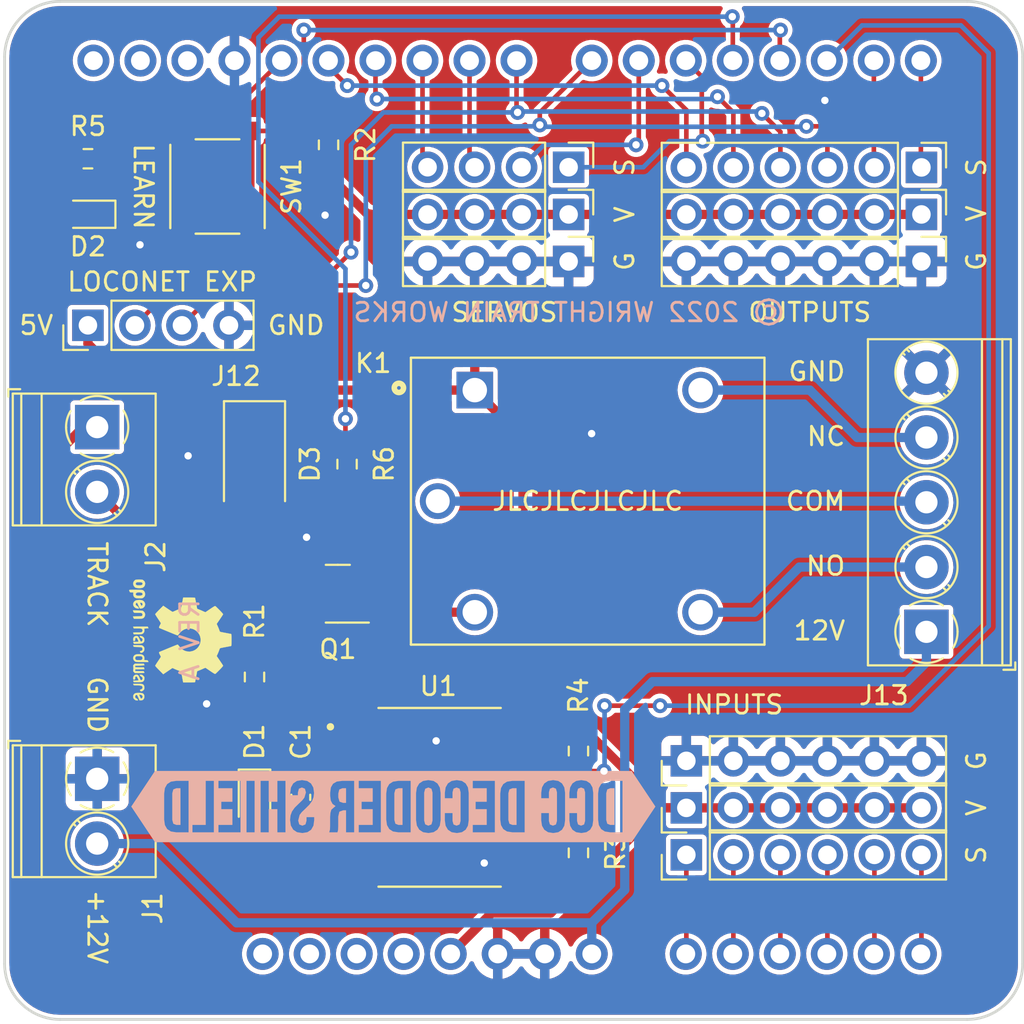
<source format=kicad_pcb>
(kicad_pcb (version 20211014) (generator pcbnew)
  (title_block (title "DCC Decoder Shield") (date "2022-02-11") (rev "A") (company "Wright Train Works"))
  (layers (0 "F.Cu" signal) (31 "B.Cu" signal) (34 "B.Paste" user) (35 "F.Paste" user) (36 "B.SilkS" user "B.Silkscreen") (37 "F.SilkS" user "F.Silkscreen") (38 "B.Mask" user) (39 "F.Mask" user) (44 "Edge.Cuts" user))
  (net 0 "")
  (net 1 "D1")
  (net 2 "D0")
  (net 3 "Net-(D3-Pad2)")
  (net 4 "GND")
  (net 5 "DCC")
  (net 6 "LEARN")
  (net 7 "LIGHTS")
  (net 8 "TURNOUT A")
  (net 9 "TURNOUT B")
  (net 10 "D7")
  (net 11 "D8")
  (net 12 "TURNOUT C")
  (net 13 "TURNOUT D")
  (net 14 "D11")
  (net 15 "D12")
  (net 16 "D13")
  (net 19 "A0")
  (net 20 "A1")
  (net 21 "A2")
  (net 22 "A3")
  (net 23 "A4")
  (net 24 "A5")
  (net 27 "5V")
  (net 28 "12V")
  (net 29 "Net-(C1-Pad1)")
  (net 32 "Net-(C1-Pad2)")
  (net 33 "Net-(D2-Pad2)")
  (net 34 "Net-(J2-Pad2)")
  (net 35 "Net-(J13-Pad2)")
  (net 36 "Net-(J13-Pad3)")
  (net 37 "Net-(J13-Pad4)")
  (net 38 "Net-(Q1-Pad2)")
  (net 39 "Net-(R3-Pad1)")
  (footprint "Capacitor_SMD:C_0603_1608Metric" (layer "F.Cu") (at 118.515 105.3 -90)
    (fp_text reference "C1" (at -3 0 90) (layer "F.SilkS"))
    (fp_text value "100nF" hide)
    (pad "1" smd roundrect (at -0.775 0 270) (size 0.9 0.95) (layers "F.Cu" "F.Paste" "F.Mask") (net 29 "Net-(C1-Pad1)"))
    (pad "2" smd roundrect (at 0.775 0 270) (size 0.9 0.95) (layers "F.Cu" "F.Paste" "F.Mask") (net 32 "Net-(C1-Pad2)"))
  )
  (footprint "Connector_PinHeader_2.54mm:PinHeader_1x04_P2.54mm_Vertical" (layer "F.Cu") (at 132.985 71.26 -90)
    (fp_text reference "S" (at 0 -3.03 90) (layer "F.SilkS"))
    (fp_text value "Conn_01x04" hide)
    (pad "1" thru_hole rect (at 0 0 270) (size 1.7 1.7) (drill 1) (layers *.Cu *.Mask) (net 8 "TURNOUT A"))
    (pad "2" thru_hole oval (at 0 2.54 270) (size 1.7 1.7) (drill 1) (layers *.Cu *.Mask) (net 9 "TURNOUT B"))
    (pad "3" thru_hole oval (at 0 5.08 270) (size 1.7 1.7) (drill 1) (layers *.Cu *.Mask) (net 12 "TURNOUT C"))
    (pad "4" thru_hole oval (at 0 7.62 270) (size 1.7 1.7) (drill 1) (layers *.Cu *.Mask) (net 13 "TURNOUT D"))
  )
  (footprint "SRD-5VDC-SL-C:SRD-5VDC-SL-C" (layer "F.Cu") (at 134.015 89.3)
    (fp_text reference "K1" (at -11.5875 -7.45) (layer "F.SilkS") (effects (font (size 1.000094 1.000094))))
    (fp_text value "SRD-5VDC-SL-C" hide)
    (pad "A1" thru_hole rect (at -6.1 -6) (size 1.98 1.98) (drill 1.32) (layers *.Cu *.Mask) (net 27 "5V"))
    (pad "A2" thru_hole circle (at -6.1 6) (size 1.98 1.98) (drill 1.32) (layers *.Cu *.Mask) (net 3 "Net-(D3-Pad2)"))
    (pad "COM" thru_hole circle (at -8.1 0) (size 1.935 1.935) (drill 1.29) (layers *.Cu *.Mask) (net 36 "Net-(J13-Pad3)"))
    (pad "NC" thru_hole circle (at 6.1 -6) (size 1.98 1.98) (drill 1.32) (layers *.Cu *.Mask) (net 37 "Net-(J13-Pad4)"))
    (pad "NO" thru_hole circle (at 6.1 6) (size 1.98 1.98) (drill 1.32) (layers *.Cu *.Mask) (net 35 "Net-(J13-Pad2)"))
  )
  (footprint "Resistor_SMD:R_0603_1608Metric" (layer "F.Cu") (at 133.515 108.3 -90)
    (fp_text reference "R3" (at 0 -2 90) (layer "F.SilkS"))
    (fp_text value "10K" hide)
    (pad "1" smd roundrect (at -0.825 0 270) (size 0.8 0.95) (layers "F.Cu" "F.Paste" "F.Mask") (net 39 "Net-(R3-Pad1)"))
    (pad "2" smd roundrect (at 0.825 0 270) (size 0.8 0.95) (layers "F.Cu" "F.Paste" "F.Mask") (net 27 "5V"))
  )
  (footprint "TerminalBlock_Phoenix:TerminalBlock_Phoenix_PT-1,5-2-3.5-H_1x02_P3.50mm_Horizontal" (layer "F.Cu") (at 107.515 104.3 -90)
    (fp_text reference "J1" (at 7 -3 90) (layer "F.SilkS"))
    (fp_text value "Screw_Terminal_01x02" hide)
    (pad "1" thru_hole rect (at 0 0 270) (size 2.4 2.4) (drill 1.2) (layers *.Cu *.Mask) (net 4 "GND"))
    (pad "2" thru_hole circle (at 3.5 0 270) (size 2.4 2.4) (drill 1.2) (layers *.Cu *.Mask) (net 28 "12V"))
  )
  (footprint "Resistor_SMD:R_0603_1608Metric" (layer "F.Cu") (at 120.015 70.05 -90)
    (fp_text reference "R2" (at 0 -2 90) (layer "F.SilkS"))
    (fp_text value "10K" hide)
    (pad "1" smd roundrect (at -0.825 0 270) (size 0.8 0.95) (layers "F.Cu" "F.Paste" "F.Mask") (net 6 "LEARN"))
    (pad "2" smd roundrect (at 0.825 0 270) (size 0.8 0.95) (layers "F.Cu" "F.Paste" "F.Mask") (net 27 "5V"))
  )
  (footprint "Package_TO_SOT_SMD:SOT-23" (layer "F.Cu") (at 120.515 94.3 180)
    (fp_text reference "Q1" (at 0 -3) (layer "F.SilkS"))
    (fp_text value "MMBT2222A 1P" hide)
    (pad "1" smd roundrect (at -0.9375 -0.95 180) (size 1.475 0.6) (layers "F.Cu" "F.Paste" "F.Mask") (net 3 "Net-(D3-Pad2)"))
    (pad "2" smd roundrect (at -0.9375 0.95 180) (size 1.475 0.6) (layers "F.Cu" "F.Paste" "F.Mask") (net 38 "Net-(Q1-Pad2)"))
    (pad "3" smd roundrect (at 0.9375 0 180) (size 1.475 0.6) (layers "F.Cu" "F.Paste" "F.Mask") (net 4 "GND"))
  )
  (footprint "Resistor_SMD:R_0603_1608Metric" (layer "F.Cu") (at 107.015 70.8)
    (fp_text reference "R5" (at 0 -1.75) (layer "F.SilkS"))
    (fp_text value "330" hide)
    (pad "1" smd roundrect (at -0.825 0) (size 0.8 0.95) (layers "F.Cu" "F.Paste" "F.Mask") (net 33 "Net-(D2-Pad2)"))
    (pad "2" smd roundrect (at 0.825 0) (size 0.8 0.95) (layers "F.Cu" "F.Paste" "F.Mask") (net 16 "D13"))
  )
  (footprint "Connector_PinHeader_2.54mm:PinHeader_1x06_P2.54mm_Vertical" (layer "F.Cu") (at 139.345 105.87 90)
    (fp_text reference "V" (at 0 15.67 90) (layer "F.SilkS"))
    (fp_text value "Conn_01x06" hide)
    (pad "1" thru_hole rect (at 0 0 90) (size 1.7 1.7) (drill 1) (layers *.Cu *.Mask) (net 27 "5V"))
    (pad "2" thru_hole oval (at 0 2.54 90) (size 1.7 1.7) (drill 1) (layers *.Cu *.Mask) (net 27 "5V"))
    (pad "3" thru_hole oval (at 0 5.08 90) (size 1.7 1.7) (drill 1) (layers *.Cu *.Mask) (net 27 "5V"))
    (pad "4" thru_hole oval (at 0 7.62 90) (size 1.7 1.7) (drill 1) (layers *.Cu *.Mask) (net 27 "5V"))
    (pad "5" thru_hole oval (at 0 10.16 90) (size 1.7 1.7) (drill 1) (layers *.Cu *.Mask) (net 27 "5V"))
    (pad "6" thru_hole oval (at 0 12.7 90) (size 1.7 1.7) (drill 1) (layers *.Cu *.Mask) (net 27 "5V"))
  )
  (footprint "TerminalBlock_Phoenix:TerminalBlock_Phoenix_PT-1,5-5-3.5-H_1x05_P3.50mm_Horizontal" (layer "F.Cu") (at 152.315 96.36 90)
    (fp_text reference "J13" (at -3.44 -2.3 180) (layer "F.SilkS"))
    (fp_text value "Screw_Terminal_01x05" hide)
    (pad "1" thru_hole rect (at 0 0 90) (size 2.4 2.4) (drill 1.2) (layers *.Cu *.Mask) (net 28 "12V"))
    (pad "2" thru_hole circle (at 3.5 0 90) (size 2.4 2.4) (drill 1.2) (layers *.Cu *.Mask) (net 35 "Net-(J13-Pad2)"))
    (pad "3" thru_hole circle (at 7 0 90) (size 2.4 2.4) (drill 1.2) (layers *.Cu *.Mask) (net 36 "Net-(J13-Pad3)"))
    (pad "4" thru_hole circle (at 10.5 0 90) (size 2.4 2.4) (drill 1.2) (layers *.Cu *.Mask) (net 37 "Net-(J13-Pad4)"))
    (pad "5" thru_hole circle (at 14 0 90) (size 2.4 2.4) (drill 1.2) (layers *.Cu *.Mask) (net 4 "GND"))
  )
  (footprint "Connector_PinHeader_2.54mm:PinHeader_1x06_P2.54mm_Vertical" (layer "F.Cu") (at 152.045 76.35 -90)
    (fp_text reference "G" (at 0 -2.97 90) (layer "F.SilkS"))
    (fp_text value "Conn_01x06" hide)
    (pad "1" thru_hole rect (at 0 0 270) (size 1.7 1.7) (drill 1) (layers *.Cu *.Mask) (net 4 "GND"))
    (pad "2" thru_hole oval (at 0 2.54 270) (size 1.7 1.7) (drill 1) (layers *.Cu *.Mask) (net 4 "GND"))
    (pad "3" thru_hole oval (at 0 5.08 270) (size 1.7 1.7) (drill 1) (layers *.Cu *.Mask) (net 4 "GND"))
    (pad "4" thru_hole oval (at 0 7.62 270) (size 1.7 1.7) (drill 1) (layers *.Cu *.Mask) (net 4 "GND"))
    (pad "5" thru_hole oval (at 0 10.16 270) (size 1.7 1.7) (drill 1) (layers *.Cu *.Mask) (net 4 "GND"))
    (pad "6" thru_hole oval (at 0 12.7 270) (size 1.7 1.7) (drill 1) (layers *.Cu *.Mask) (net 4 "GND"))
  )
  (footprint "Diode_SMD:D_SOD-323" (layer "F.Cu") (at 116.015 105.3 -90)
    (fp_text reference "D1" (at -3 0 90) (layer "F.SilkS"))
    (fp_text value "1N4148WS" hide)
    (pad "1" smd rect (at -1.05 0 270) (size 0.6 0.45) (layers "F.Cu" "F.Paste" "F.Mask") (net 29 "Net-(C1-Pad1)"))
    (pad "2" smd rect (at 1.05 0 270) (size 0.6 0.45) (layers "F.Cu" "F.Paste" "F.Mask") (net 32 "Net-(C1-Pad2)"))
  )
  (footprint "LED_SMD:LED_0603_1608Metric" (layer "F.Cu") (at 107.015 73.8 180)
    (fp_text reference "D2" (at 0 -1.75) (layer "F.SilkS"))
    (fp_text value "LEARN" hide)
    (pad "1" smd roundrect (at -0.7875 0 180) (size 0.875 0.95) (layers "F.Cu" "F.Paste" "F.Mask") (net 4 "GND"))
    (pad "2" smd roundrect (at 0.7875 0 180) (size 0.875 0.95) (layers "F.Cu" "F.Paste" "F.Mask") (net 33 "Net-(D2-Pad2)"))
  )
  (footprint "Diode_SMD:D_SMA" (layer "F.Cu") (at 116.015 87.3 -90)
    (fp_text reference "D3" (at 0 -3 90) (layer "F.SilkS"))
    (fp_text value "M7" hide)
    (pad "1" smd rect (at -2 0 270) (size 2.5 1.8) (layers "F.Cu" "F.Paste" "F.Mask") (net 27 "5V"))
    (pad "2" smd rect (at 2 0 270) (size 2.5 1.8) (layers "F.Cu" "F.Paste" "F.Mask") (net 3 "Net-(D3-Pad2)"))
  )
  (footprint "Connector_PinHeader_2.54mm:PinHeader_1x06_P2.54mm_Vertical" (layer "F.Cu") (at 139.345 108.41 90)
    (fp_text reference "S" (at 0 15.67 90) (layer "F.SilkS"))
    (fp_text value "Conn_01x06" hide)
    (pad "1" thru_hole rect (at 0 0 90) (size 1.7 1.7) (drill 1) (layers *.Cu *.Mask) (net 19 "A0"))
    (pad "2" thru_hole oval (at 0 2.54 90) (size 1.7 1.7) (drill 1) (layers *.Cu *.Mask) (net 20 "A1"))
    (pad "3" thru_hole oval (at 0 5.08 90) (size 1.7 1.7) (drill 1) (layers *.Cu *.Mask) (net 21 "A2"))
    (pad "4" thru_hole oval (at 0 7.62 90) (size 1.7 1.7) (drill 1) (layers *.Cu *.Mask) (net 22 "A3"))
    (pad "5" thru_hole oval (at 0 10.16 90) (size 1.7 1.7) (drill 1) (layers *.Cu *.Mask) (net 23 "A4"))
    (pad "6" thru_hole oval (at 0 12.7 90) (size 1.7 1.7) (drill 1) (layers *.Cu *.Mask) (net 24 "A5"))
  )
  (footprint "Resistor_SMD:R_0603_1608Metric" (layer "F.Cu") (at 116.015 98.8 -90)
    (fp_text reference "R1" (at -3 0 90) (layer "F.SilkS"))
    (fp_text value "1K" hide)
    (pad "1" smd roundrect (at -0.825 0 270) (size 0.8 0.95) (layers "F.Cu" "F.Paste" "F.Mask") (net 34 "Net-(J2-Pad2)"))
    (pad "2" smd roundrect (at 0.825 0 270) (size 0.8 0.95) (layers "F.Cu" "F.Paste" "F.Mask") (net 29 "Net-(C1-Pad1)"))
  )
  (footprint "TerminalBlock_Phoenix:TerminalBlock_Phoenix_PT-1,5-2-3.5-H_1x02_P3.50mm_Horizontal" (layer "F.Cu") (at 107.515 85.3 -90)
    (fp_text reference "J2" (at 7 -3.16 90) (layer "F.SilkS"))
    (fp_text value "Screw_Terminal_01x02" hide)
    (pad "1" thru_hole rect (at 0 0 270) (size 2.4 2.4) (drill 1.2) (layers *.Cu *.Mask) (net 32 "Net-(C1-Pad2)"))
    (pad "2" thru_hole circle (at 3.5 0 270) (size 2.4 2.4) (drill 1.2) (layers *.Cu *.Mask) (net 34 "Net-(J2-Pad2)"))
  )
  (footprint "Connector_PinHeader_2.54mm:PinHeader_1x06_P2.54mm_Vertical" (layer "F.Cu") (at 139.345 103.33 90)
    (fp_text reference "G" (at 0 15.67 90) (layer "F.SilkS"))
    (fp_text value "Conn_01x06" hide)
    (pad "1" thru_hole rect (at 0 0 90) (size 1.7 1.7) (drill 1) (layers *.Cu *.Mask) (net 4 "GND"))
    (pad "2" thru_hole oval (at 0 2.54 90) (size 1.7 1.7) (drill 1) (layers *.Cu *.Mask) (net 4 "GND"))
    (pad "3" thru_hole oval (at 0 5.08 90) (size 1.7 1.7) (drill 1) (layers *.Cu *.Mask) (net 4 "GND"))
    (pad "4" thru_hole oval (at 0 7.62 90) (size 1.7 1.7) (drill 1) (layers *.Cu *.Mask) (net 4 "GND"))
    (pad "5" thru_hole oval (at 0 10.16 90) (size 1.7 1.7) (drill 1) (layers *.Cu *.Mask) (net 4 "GND"))
    (pad "6" thru_hole oval (at 0 12.7 90) (size 1.7 1.7) (drill 1) (layers *.Cu *.Mask) (net 4 "GND"))
  )
  (footprint "SW_TS-1187A-B-A-B:SW_TS-1187A-B-A-B" (layer "F.Cu") (at 114.015 72.3 90)
    (fp_text reference "SW1" (at 0 4 90) (layer "F.SilkS"))
    (fp_text value "SW_Push" hide)
    (pad "1" smd rect locked (at 3 -1.875 90) (size 1 0.75) (layers "F.Cu" "F.Paste" "F.Mask") (net 4 "GND"))
    (pad "1" smd rect locked (at -3 -1.875 90) (size 1 0.75) (layers "F.Cu" "F.Paste" "F.Mask") (net 4 "GND"))
    (pad "2" smd rect locked (at -3 1.875 90) (size 1 0.75) (layers "F.Cu" "F.Paste" "F.Mask") (net 6 "LEARN"))
    (pad "2" smd rect locked (at 3 1.875 90) (size 1 0.75) (layers "F.Cu" "F.Paste" "F.Mask") (net 6 "LEARN"))
  )
  (footprint "Connector_PinHeader_2.54mm:PinHeader_1x04_P2.54mm_Vertical" (layer "F.Cu") (at 132.985 73.81 -90)
    (fp_text reference "V" (at 0 -3.03 90) (layer "F.SilkS"))
    (fp_text value "Conn_01x04" hide)
    (pad "1" thru_hole rect (at 0 0 270) (size 1.7 1.7) (drill 1) (layers *.Cu *.Mask) (net 27 "5V"))
    (pad "2" thru_hole oval (at 0 2.54 270) (size 1.7 1.7) (drill 1) (layers *.Cu *.Mask) (net 27 "5V"))
    (pad "3" thru_hole oval (at 0 5.08 270) (size 1.7 1.7) (drill 1) (layers *.Cu *.Mask) (net 27 "5V"))
    (pad "4" thru_hole oval (at 0 7.62 270) (size 1.7 1.7) (drill 1) (layers *.Cu *.Mask) (net 27 "5V"))
  )
  (footprint "Resistor_SMD:R_0603_1608Metric" (layer "F.Cu") (at 133.515 102.8 90)
    (fp_text reference "R4" (at 3 0 90) (layer "F.SilkS"))
    (fp_text value "10K" hide)
    (pad "1" smd roundrect (at -0.825 0 90) (size 0.8 0.95) (layers "F.Cu" "F.Paste" "F.Mask") (net 5 "DCC"))
    (pad "2" smd roundrect (at 0.825 0 90) (size 0.8 0.95) (layers "F.Cu" "F.Paste" "F.Mask") (net 27 "5V"))
  )
  (footprint "Connector_PinHeader_2.54mm:PinHeader_1x04_P2.54mm_Vertical" (layer "F.Cu") (at 132.985 76.35 -90)
    (fp_text reference "G" (at 0 -3.03 90) (layer "F.SilkS"))
    (fp_text value "Conn_01x04" hide)
    (pad "1" thru_hole rect (at 0 0 270) (size 1.7 1.7) (drill 1) (layers *.Cu *.Mask) (net 4 "GND"))
    (pad "2" thru_hole oval (at 0 2.54 270) (size 1.7 1.7) (drill 1) (layers *.Cu *.Mask) (net 4 "GND"))
    (pad "3" thru_hole oval (at 0 5.08 270) (size 1.7 1.7) (drill 1) (layers *.Cu *.Mask) (net 4 "GND"))
    (pad "4" thru_hole oval (at 0 7.62 270) (size 1.7 1.7) (drill 1) (layers *.Cu *.Mask) (net 4 "GND"))
  )
  (footprint "Connector_PinHeader_2.54mm:PinHeader_1x06_P2.54mm_Vertical" (layer "F.Cu") (at 152.045 73.81 -90)
    (fp_text reference "V" (at -0.05 -2.97 90) (layer "F.SilkS"))
    (fp_text value "Conn_01x06" hide)
    (pad "1" thru_hole rect (at 0 0 270) (size 1.7 1.7) (drill 1) (layers *.Cu *.Mask) (net 27 "5V"))
    (pad "2" thru_hole oval (at 0 2.54 270) (size 1.7 1.7) (drill 1) (layers *.Cu *.Mask) (net 27 "5V"))
    (pad "3" thru_hole oval (at 0 5.08 270) (size 1.7 1.7) (drill 1) (layers *.Cu *.Mask) (net 27 "5V"))
    (pad "4" thru_hole oval (at 0 7.62 270) (size 1.7 1.7) (drill 1) (layers *.Cu *.Mask) (net 27 "5V"))
    (pad "5" thru_hole oval (at 0 10.16 270) (size 1.7 1.7) (drill 1) (layers *.Cu *.Mask) (net 27 "5V"))
    (pad "6" thru_hole oval (at 0 12.7 270) (size 1.7 1.7) (drill 1) (layers *.Cu *.Mask) (net 27 "5V"))
  )
  (footprint "Arduino:Arduino_Uno_Shield_WTW" (layer "F.Cu") (at 102.515 117.3)
    (fp_text reference "XA1" hide)
    (fp_text value "Arduino_Uno_Shield_WTW" hide)
    (fp_line (start 0 -52) (end 0 -3) (layer "Edge.Cuts") (width 0.15))
    (fp_line (start 3 0) (end 52 0) (layer "Edge.Cuts") (width 0.15))
    (fp_line (start 3 -55) (end 52 -55) (layer "Edge.Cuts") (width 0.15))
    (fp_line (start 55 -3) (end 55 -52) (layer "Edge.Cuts") (width 0.15))
    (fp_arc (start 55 -3) (mid 54.12132 -0.87868) (end 52 0) (layer "Edge.Cuts") (width 0.15))
    (fp_arc (start 52 -55) (mid 54.12132 -54.12132) (end 55 -52) (layer "Edge.Cuts") (width 0.15))
    (fp_arc (start 3 0) (mid 0.87868 -0.87868) (end 0 -3) (layer "Edge.Cuts") (width 0.15))
    (fp_arc (start 0 -52) (mid 0.87868 -54.12132) (end 3 -55) (layer "Edge.Cuts") (width 0.15))
    (pad "" thru_hole oval (at 13.94 -3.54) (size 1.7272 1.7272) (drill 1.016) (layers *.Cu *.Mask))
    (pad "3V3" thru_hole oval (at 21.56 -3.54) (size 1.7272 1.7272) (drill 1.016) (layers *.Cu *.Mask))
    (pad "5V1" thru_hole oval (at 24.1 -3.54) (size 1.7272 1.7272) (drill 1.016) (layers *.Cu *.Mask) (net 27 "5V"))
    (pad "A0" thru_hole oval (at 36.8 -3.54) (size 1.7272 1.7272) (drill 1.016) (layers *.Cu *.Mask) (net 19 "A0"))
    (pad "A1" thru_hole oval (at 39.34 -3.54) (size 1.7272 1.7272) (drill 1.016) (layers *.Cu *.Mask) (net 20 "A1"))
    (pad "A2" thru_hole oval (at 41.88 -3.54) (size 1.7272 1.7272) (drill 1.016) (layers *.Cu *.Mask) (net 21 "A2"))
    (pad "A3" thru_hole oval (at 44.42 -3.54) (size 1.7272 1.7272) (drill 1.016) (layers *.Cu *.Mask) (net 22 "A3"))
    (pad "A4" thru_hole oval (at 46.96 -3.54) (size 1.7272 1.7272) (drill 1.016) (layers *.Cu *.Mask) (net 23 "A4"))
    (pad "A5" thru_hole oval (at 49.5 -3.54) (size 1.7272 1.7272) (drill 1.016) (layers *.Cu *.Mask) (net 24 "A5"))
    (pad "AREF" thru_hole oval (at 9.876 -51.8) (size 1.7272 1.7272) (drill 1.016) (layers *.Cu *.Mask))
    (pad "D0" thru_hole oval (at 49.5 -51.8) (size 1.7272 1.7272) (drill 1.016) (layers *.Cu *.Mask) (net 2 "D0"))
    (pad "D1" thru_hole oval (at 46.96 -51.8) (size 1.7272 1.7272) (drill 1.016) (layers *.Cu *.Mask) (net 1 "D1"))
    (pad "D2" thru_hole oval (at 44.42 -51.8) (size 1.7272 1.7272) (drill 1.016) (layers *.Cu *.Mask) (net 5 "DCC"))
    (pad "D3" thru_hole oval (at 41.88 -51.8) (size 1.7272 1.7272) (drill 1.016) (layers *.Cu *.Mask) (net 6 "LEARN"))
    (pad "D4" thru_hole oval (at 39.34 -51.8) (size 1.7272 1.7272) (drill 1.016) (layers *.Cu *.Mask) (net 7 "LIGHTS"))
    (pad "D5" thru_hole oval (at 36.8 -51.8) (size 1.7272 1.7272) (drill 1.016) (layers *.Cu *.Mask) (net 8 "TURNOUT A"))
    (pad "D6" thru_hole oval (at 34.26 -51.8) (size 1.7272 1.7272) (drill 1.016) (layers *.Cu *.Mask) (net 9 "TURNOUT B"))
    (pad "D7" thru_hole oval (at 31.72 -51.8) (size 1.7272 1.7272) (drill 1.016) (layers *.Cu *.Mask) (net 10 "D7"))
    (pad "D8" thru_hole oval (at 27.656 -51.8) (size 1.7272 1.7272) (drill 1.016) (layers *.Cu *.Mask) (net 11 "D8"))
    (pad "D9" thru_hole oval (at 25.116 -51.8) (size 1.7272 1.7272) (drill 1.016) (layers *.Cu *.Mask) (net 12 "TURNOUT C"))
    (pad "D10" thru_hole oval (at 22.576 -51.8) (size 1.7272 1.7272) (drill 1.016) (layers *.Cu *.Mask) (net 13 "TURNOUT D"))
    (pad "D11" thru_hole oval (at 20.036 -51.8) (size 1.7272 1.7272) (drill 1.016) (layers *.Cu *.Mask) (net 14 "D11"))
    (pad "D12" thru_hole oval (at 17.496 -51.8) (size 1.7272 1.7272) (drill 1.016) (layers *.Cu *.Mask) (net 15 "D12"))
    (pad "D13" thru_hole oval (at 14.956 -51.8) (size 1.7272 1.7272) (drill 1.016) (layers *.Cu *.Mask) (net 16 "D13"))
    (pad "GND1" thru_hole oval (at 12.416 -51.8) (size 1.7272 1.7272) (drill 1.016) (layers *.Cu *.Mask) (net 4 "GND"))
    (pad "GND2" thru_hole oval (at 26.64 -3.54) (size 1.7272 1.7272) (drill 1.016) (layers *.Cu *.Mask) (net 4 "GND"))
    (pad "GND3" thru_hole oval (at 29.18 -3.54) (size 1.7272 1.7272) (drill 1.016) (layers *.Cu *.Mask) (net 4 "GND"))
    (pad "IORF" thru_hole oval (at 16.48 -3.54) (size 1.7272 1.7272) (drill 1.016) (layers *.Cu *.Mask))
    (pad "RST1" thru_hole oval (at 19.02 -3.54) (size 1.7272 1.7272) (drill 1.016) (layers *.Cu *.Mask))
    (pad "SCL" thru_hole oval (at 4.796 -51.8) (size 1.7272 1.7272) (drill 1.016) (layers *.Cu *.Mask))
    (pad "SDA" thru_hole oval (at 7.336 -51.8) (size 1.7272 1.7272) (drill 1.016) (layers *.Cu *.Mask))
    (pad "VIN" thru_hole oval (at 31.72 -3.54) (size 1.7272 1.7272) (drill 1.016) (layers *.Cu *.Mask) (net 28 "12V"))
  )
  (footprint "OPTO_HCPL2630S:OPTO_HCPL2630S" (layer "F.Cu") (at 126.015 105.3)
    (fp_text reference "U1" (at -0.075 -6) (layer "F.SilkS"))
    (fp_text value "6N137" hide)
    (pad "1" smd rect (at -4.505 -3.81) (size 1.52 1.78) (layers "F.Cu" "F.Paste" "F.Mask"))
    (pad "2" smd rect (at -4.505 -1.27) (size 1.52 1.78) (layers "F.Cu" "F.Paste" "F.Mask") (net 29 "Net-(C1-Pad1)"))
    (pad "3" smd rect (at -4.505 1.27) (size 1.52 1.78) (layers "F.Cu" "F.Paste" "F.Mask") (net 32 "Net-(C1-Pad2)"))
    (pad "4" smd rect (at -4.505 3.81) (size 1.52 1.78) (layers "F.Cu" "F.Paste" "F.Mask"))
    (pad "5" smd rect (at 4.505 3.81 180) (size 1.52 1.78) (layers "F.Cu" "F.Paste" "F.Mask") (net 4 "GND"))
    (pad "6" smd rect (at 4.505 1.27 180) (size 1.52 1.78) (layers "F.Cu" "F.Paste" "F.Mask") (net 5 "DCC"))
    (pad "7" smd rect (at 4.505 -1.27 180) (size 1.52 1.78) (layers "F.Cu" "F.Paste" "F.Mask") (net 39 "Net-(R3-Pad1)"))
    (pad "8" smd rect (at 4.505 -3.81 180) (size 1.52 1.78) (layers "F.Cu" "F.Paste" "F.Mask") (net 27 "5V"))
  )
  (footprint "Connector_PinHeader_2.54mm:PinHeader_1x06_P2.54mm_Vertical" (layer "F.Cu") (at 152.045 71.27 -90)
    (fp_text reference "S" (at 0 -2.97 90) (layer "F.SilkS"))
    (fp_text value "Conn_01x06" hide)
    (pad "1" thru_hole rect (at 0 0 270) (size 1.7 1.7) (drill 1) (layers *.Cu *.Mask) (net 2 "D0"))
    (pad "2" thru_hole oval (at 0 2.54 270) (size 1.7 1.7) (drill 1) (layers *.Cu *.Mask) (net 1 "D1"))
    (pad "3" thru_hole oval (at 0 5.08 270) (size 1.7 1.7) (drill 1) (layers *.Cu *.Mask) (net 10 "D7"))
    (pad "4" thru_hole oval (at 0 7.62 270) (size 1.7 1.7) (drill 1) (layers *.Cu *.Mask) (net 11 "D8"))
    (pad "5" thru_hole oval (at 0 10.16 270) (size 1.7 1.7) (drill 1) (layers *.Cu *.Mask) (net 14 "D11"))
    (pad "6" thru_hole oval (at 0 12.7 270) (size 1.7 1.7) (drill 1) (layers *.Cu *.Mask) (net 15 "D12"))
  )
  (footprint "Symbol:OSHW-Logo2_7.3x6mm_SilkScreen" (layer "F.Cu") (at 112.015 96.8 -90)
    (fp_text reference "REF**" hide)
    (fp_text value "OSHW-Logo2_7.3x6mm_SilkScreen" hide)
  )
  (footprint "Resistor_SMD:R_0603_1608Metric" (layer "F.Cu") (at 121.015 87.3 -90)
    (fp_text reference "R6" (at 0 -2 90) (layer "F.SilkS"))
    (fp_text value "1K" hide)
    (pad "1" smd roundrect (at -0.825 0 270) (size 0.8 0.95) (layers "F.Cu" "F.Paste" "F.Mask") (net 7 "LIGHTS"))
    (pad "2" smd roundrect (at 0.825 0 270) (size 0.8 0.95) (layers "F.Cu" "F.Paste" "F.Mask") (net 38 "Net-(Q1-Pad2)"))
  )
  (footprint "Connector_PinHeader_2.54mm:PinHeader_1x04_P2.54mm_Vertical" (layer "F.Cu") (at 107.015 79.8 90)
    (fp_text reference "J12" (at -2.75 8 180) (layer "F.SilkS"))
    (fp_text value "Conn_01x04" hide)
    (pad "1" thru_hole rect (at 0 0 90) (size 1.7 1.7) (drill 1) (layers *.Cu *.Mask) (net 27 "5V"))
    (pad "2" thru_hole oval (at 0 2.54 90) (size 1.7 1.7) (drill 1) (layers *.Cu *.Mask) (net 11 "D8"))
    (pad "3" thru_hole oval (at 0 5.08 90) (size 1.7 1.7) (drill 1) (layers *.Cu *.Mask) (net 10 "D7"))
    (pad "4" thru_hole oval (at 0 7.62 90) (size 1.7 1.7) (drill 1) (layers *.Cu *.Mask) (net 4 "GND"))
  )
  (footprint "kibuzzard-620C99F3" (layer "B.Cu") (at 123.515 105.8 180)
    (fp_text reference "kibuzzard-620C99F3" hide)
    (fp_text value "G***" hide)
  )
  (gr_text "© 2022 WRIGHT TRAIN WORKS" (at 133.015 79.1) (layer "B.SilkS") (effects (font (size 1 1)) (justify mirror)))
  (gr_text "REV A" (at 112.515 96.8 -270) (layer "B.SilkS") (effects (font (size 1 1)) (justify mirror)))
  (gr_text "OUTPUTS" (at 146.015 79.1) (layer "F.SilkS") (effects (font (size 1 1))))
  (gr_text "SERVOS" (at 129.515 79.1) (layer "F.SilkS") (effects (font (size 1 1))))
  (gr_text "NO" (at 148.015 92.8) (layer "F.SilkS") (effects (font (size 1 1)) (justify right)))
  (gr_text "COM" (at 148.015 89.3) (layer "F.SilkS") (effects (font (size 1 1)) (justify right)))
  (gr_text "TRACK" (at 107.515 93.8 270) (layer "F.SilkS") (effects (font (size 1 1))))
  (gr_text "5V" (at 104.2275 79.8) (layer "F.SilkS") (effects (font (size 1 1))))
  (gr_text "12V" (at 148.015 96.3) (layer "F.SilkS") (effects (font (size 1 1)) (justify right)))
  (gr_text "GND" (at 107.515 100.3 270) (layer "F.SilkS") (effects (font (size 1 1))))
  (gr_text "LOCONET EXP" (at 111.0275 77.45) (layer "F.SilkS") (effects (font (size 1 1))))
  (gr_text "NC" (at 148.015 85.8) (layer "F.SilkS") (effects (font (size 1 1)) (justify right)))
  (gr_text "+12V" (at 107.515 112.3 270) (layer "F.SilkS") (effects (font (size 1 1))))
  (gr_text "GND" (at 148.015 82.3) (layer "F.SilkS") (effects (font (size 1 1)) (justify right)))
  (gr_text "JLCJLCJLCJLC" (at 134.015 89.3) (layer "F.SilkS") (effects (font (size 1 1))))
  (gr_text "GND" (at 118.265 79.8) (layer "F.SilkS") (effects (font (size 1 1))))
  (gr_text "LEARN" (at 110.015 72.3 270) (layer "F.SilkS") (effects (font (size 1 1))))
  (gr_text "INPUTS" (at 141.9275 100.3) (layer "F.SilkS") (effects (font (size 1 1))))
  (segment (start 149.475 71.24) (end 149.505 71.27) (width 0.25) (layer "F.Cu") (net 1))
  (segment (start 149.475 65.5) (end 149.475 71.24) (width 0.25) (layer "F.Cu") (net 1))
  (segment (start 152.015 65.5) (end 152.015 71.24) (width 0.25) (layer "F.Cu") (net 2))
  (segment (start 152.015 71.24) (end 152.045 71.27) (width 0.25) (layer "F.Cu") (net 2))
  (segment (start 116.015 94.3) (end 116.015 89.3) (width 0.5) (layer "F.Cu") (net 3))
  (segment (start 116.965 95.25) (end 116.015 94.3) (width 0.5) (layer "F.Cu") (net 3))
  (segment (start 121.4525 95.25) (end 121.5025 95.3) (width 0.5) (layer "F.Cu") (net 3))
  (segment (start 121.5025 95.3) (end 127.915 95.3) (width 0.5) (layer "F.Cu") (net 3))
  (segment (start 121.4525 95.25) (end 116.965 95.25) (width 0.5) (layer "F.Cu") (net 3))
  (via (at 134.2275 85.65) (size 0.8) (drill 0.4) (layers "F.Cu" "B.Cu") (net 4))
  (via (at 118.8275 91.25) (size 0.8) (drill 0.4) (layers "F.Cu" "B.Cu") (net 4))
  (via (at 119.8275 73.85) (size 0.8) (drill 0.4) (layers "F.Cu" "B.Cu") (net 4))
  (via (at 112.4275 86.85) (size 0.8) (drill 0.4) (layers "F.Cu" "B.Cu") (net 4))
  (via (at 125.8275 102.25) (size 0.8) (drill 0.4) (layers "F.Cu" "B.Cu") (net 4))
  (via (at 146.8275 67.65) (size 0.8) (drill 0.4) (layers "F.Cu" "B.Cu") (net 4))
  (via (at 113.4275 100.25) (size 0.8) (drill 0.4) (layers "F.Cu" "B.Cu") (net 4))
  (via (at 109.8275 75.45) (size 0.8) (drill 0.4) (layers "F.Cu" "B.Cu") (net 4))
  (via (at 128.4275 108.85) (size 0.8) (drill 0.4) (layers "F.Cu" "B.Cu") (net 4))
  (segment (start 137.9275 100.35) (end 134.9275 100.35) (width 0.25) (layer "F.Cu") (net 5))
  (segment (start 133.515 105.05) (end 133.515 103.625) (width 0.5) (layer "F.Cu") (net 5))
  (segment (start 134.895562 103.881938) (end 133.771938 103.881938) (width 0.25) (layer "F.Cu") (net 5))
  (segment (start 130.52 106.57) (end 131.995 106.57) (width 0.5) (layer "F.Cu") (net 5))
  (segment (start 131.995 106.57) (end 133.515 105.05) (width 0.5) (layer "F.Cu") (net 5))
  (segment (start 133.771938 103.881938) (end 133.515 103.625) (width 0.25) (layer "F.Cu") (net 5))
  (via (at 134.895562 103.881938) (size 0.8) (drill 0.4) (layers "F.Cu" "B.Cu") (net 5))
  (via (at 137.9275 100.35) (size 0.8) (drill 0.4) (layers "F.Cu" "B.Cu") (net 5))
  (via (at 134.9275 100.35) (size 0.8) (drill 0.4) (layers "F.Cu" "B.Cu") (net 5))
  (segment (start 151.374022 100.35) (end 137.9275 100.35) (width 0.25) (layer "B.Cu") (net 5))
  (segment (start 134.9275 103.85) (end 134.895562 103.881938) (width 0.25) (layer "B.Cu") (net 5))
  (segment (start 154.1775 63.6) (end 155.6775 65.1) (width 0.25) (layer "B.Cu") (net 5))
  (segment (start 148.835 63.6) (end 154.1775 63.6) (width 0.25) (layer "B.Cu") (net 5))
  (segment (start 146.935 65.5) (end 148.835 63.6) (width 0.25) (layer "B.Cu") (net 5))
  (segment (start 155.6775 65.1) (end 155.6775 96.046522) (width 0.25) (layer "B.Cu") (net 5))
  (segment (start 134.9275 100.35) (end 134.9275 103.85) (width 0.25) (layer "B.Cu") (net 5))
  (segment (start 155.6775 96.046522) (end 151.374022 100.35) (width 0.25) (layer "B.Cu") (net 5))
  (segment (start 119.94 69.3) (end 120.015 69.225) (width 0.25) (layer "F.Cu") (net 6))
  (segment (start 144.395 63.8825) (end 144.395 65.5) (width 0.25) (layer "F.Cu") (net 6))
  (segment (start 144.4275 63.85) (end 144.395 63.8825) (width 0.25) (layer "F.Cu") (net 6))
  (segment (start 118.6775 63.85) (end 118.6775 66.6) (width 0.25) (layer "F.Cu") (net 6))
  (segment (start 115.89 69.3) (end 115.89 75.3) (width 0.25) (layer "F.Cu") (net 6))
  (segment (start 118.6775 66.6) (end 120.015 67.9375) (width 0.25) (layer "F.Cu") (net 6))
  (segment (start 115.89 69.3) (end 119.94 69.3) (width 0.25) (layer "F.Cu") (net 6))
  (segment (start 120.015 67.9375) (end 120.015 69.225) (width 0.25) (layer "F.Cu") (net 6))
  (via (at 118.6775 63.85) (size 0.8) (drill 0.4) (layers "F.Cu" "B.Cu") (net 6))
  (via (at 144.4275 63.85) (size 0.8) (drill 0.4) (layers "F.Cu" "B.Cu") (net 6))
  (segment (start 118.6775 63.85) (end 144.4275 63.85) (width 0.25) (layer "B.Cu") (net 6))
  (segment (start 120.9275 86.3875) (end 121.015 86.475) (width 0.25) (layer "F.Cu") (net 7))
  (segment (start 141.855 63.153) (end 141.855 65.5) (width 0.25) (layer "F.Cu") (net 7))
  (segment (start 120.9275 84.85) (end 120.9275 86.3875) (width 0.25) (layer "F.Cu") (net 7))
  (segment (start 141.8275 63.1255) (end 141.855 63.153) (width 0.25) (layer "F.Cu") (net 7))
  (via (at 141.8275 63.1255) (size 0.8) (drill 0.4) (layers "F.Cu" "B.Cu") (net 7))
  (via (at 120.9275 84.85) (size 0.8) (drill 0.4) (layers "F.Cu" "B.Cu") (net 7))
  (segment (start 116.2275 64.25) (end 116.2275 72.05) (width 0.25) (layer "B.Cu") (net 7))
  (segment (start 141.8275 63.1255) (end 117.352 63.1255) (width 0.25) (layer "B.Cu") (net 7))
  (segment (start 120.9275 76.75) (end 120.9275 84.85) (width 0.25) (layer "B.Cu") (net 7))
  (segment (start 117.352 63.1255) (end 116.2275 64.25) (width 0.25) (layer "B.Cu") (net 7))
  (segment (start 116.2275 72.05) (end 120.9275 76.75) (width 0.25) (layer "B.Cu") (net 7))
  (segment (start 139.315 65.5) (end 140.178599 66.363599) (width 0.25) (layer "F.Cu") (net 8))
  (segment (start 140.178599 66.363599) (end 140.178599 69.801099) (width 0.25) (layer "F.Cu") (net 8))
  (segment (start 140.178599 69.801099) (end 140.2275 69.85) (width 0.25) (layer "F.Cu") (net 8))
  (via (at 140.2275 69.85) (size 0.8) (drill 0.4) (layers "F.Cu" "B.Cu") (net 8))
  (segment (start 138.4275 69.85) (end 137.0175 71.26) (width 0.25) (layer "B.Cu") (net 8))
  (segment (start 137.0175 71.26) (end 132.985 71.26) (width 0.25) (layer "B.Cu") (net 8))
  (segment (start 140.2275 69.85) (end 138.4275 69.85) (width 0.25) (layer "B.Cu") (net 8))
  (segment (start 136.6275 70.05) (end 136.775 69.9025) (width 0.25) (layer "F.Cu") (net 9))
  (segment (start 136.775 69.9025) (end 136.775 65.5) (width 0.25) (layer "F.Cu") (net 9))
  (via (at 136.6275 70.05) (size 0.8) (drill 0.4) (layers "F.Cu" "B.Cu") (net 9))
  (segment (start 136.6275 70.05) (end 131.655 70.05) (width 0.25) (layer "B.Cu") (net 9))
  (segment (start 131.655 70.05) (end 130.445 71.26) (width 0.25) (layer "B.Cu") (net 9))
  (segment (start 145.8275 69.05) (end 146.6275 69.05) (width 0.25) (layer "F.Cu") (net 10))
  (segment (start 114.245 77.65) (end 112.095 79.8) (width 0.25) (layer "F.Cu") (net 10))
  (segment (start 146.6275 69.05) (end 146.965 69.3875) (width 0.25) (layer "F.Cu") (net 10))
  (segment (start 146.965 69.3875) (end 146.965 71.27) (width 0.25) (layer "F.Cu") (net 10))
  (segment (start 131.4275 68.3075) (end 131.4275 68.9745) (width 0.25) (layer "F.Cu") (net 10))
  (segment (start 122.0275 77.65) (end 114.245 77.65) (width 0.25) (layer "F.Cu") (net 10))
  (segment (start 134.235 65.5) (end 131.4275 68.3075) (width 0.25) (layer "F.Cu") (net 10))
  (via (at 131.4275 68.9745) (size 0.8) (drill 0.4) (layers "F.Cu" "B.Cu") (net 10))
  (via (at 122.0275 77.65) (size 0.8) (drill 0.4) (layers "F.Cu" "B.Cu") (net 10))
  (via (at 145.8275 69.05) (size 0.8) (drill 0.4) (layers "F.Cu" "B.Cu") (net 10))
  (segment (start 131.527511 69.074511) (end 131.4275 68.9745) (width 0.25) (layer "B.Cu") (net 10))
  (segment (start 131.352 69.05) (end 123.4275 69.05) (width 0.25) (layer "B.Cu") (net 10))
  (segment (start 131.4275 68.9745) (end 131.352 69.05) (width 0.25) (layer "B.Cu") (net 10))
  (segment (start 145.802989 69.074511) (end 131.527511 69.074511) (width 0.25) (layer "B.Cu") (net 10))
  (segment (start 145.8275 69.05) (end 145.802989 69.074511) (width 0.25) (layer "B.Cu") (net 10))
  (segment (start 122.0275 70.45) (end 122.0275 77.65) (width 0.25) (layer "B.Cu") (net 10))
  (segment (start 123.4275 69.05) (end 122.0275 70.45) (width 0.25) (layer "B.Cu") (net 10))
  (segment (start 112.15452 77.20048) (end 109.555 79.8) (width 0.25) (layer "F.Cu") (net 11))
  (segment (start 130.2275 68.299) (end 130.171 68.2425) (width 0.25) (layer "F.Cu") (net 11))
  (segment (start 143.4275 68.35) (end 144.425 69.3475) (width 0.25) (layer "F.Cu") (net 11))
  (segment (start 121.2275 75.85) (end 119.87702 77.20048) (width 0.25) (layer "F.Cu") (net 11))
  (segment (start 144.425 69.3475) (end 144.425 71.27) (width 0.25) (layer "F.Cu") (net 11))
  (segment (start 130.171 68.2425) (end 130.171 65.5) (width 0.25) (layer "F.Cu") (net 11))
  (segment (start 119.87702 77.20048) (end 112.15452 77.20048) (width 0.25) (layer "F.Cu") (net 11))
  (via (at 130.2275 68.299) (size 0.8) (drill 0.4) (layers "F.Cu" "B.Cu") (net 11))
  (via (at 143.4275 68.35) (size 0.8) (drill 0.4) (layers "F.Cu" "B.Cu") (net 11))
  (via (at 121.2275 75.85) (size 0.8) (drill 0.4) (layers "F.Cu" "B.Cu") (net 11))
  (segment (start 130.2275 68.299) (end 130.2765 68.25) (width 0.25) (layer "B.Cu") (net 11))
  (segment (start 143.3275 68.25) (end 143.4275 68.35) (width 0.25) (layer "B.Cu") (net 11))
  (segment (start 121.2275 70.05) (end 121.2275 75.85) (width 0.25) (layer "B.Cu") (net 11))
  (segment (start 130.2765 68.25) (end 143.3275 68.25) (width 0.25) (layer "B.Cu") (net 11))
  (segment (start 123.2765 68.299) (end 123.1785 68.299) (width 0.25) (layer "B.Cu") (net 11))
  (segment (start 123.2275 68.299) (end 122.9785 68.299) (width 0.25) (layer "B.Cu") (net 11))
  (segment (start 122.9785 68.299) (end 121.2275 70.05) (width 0.25) (layer "B.Cu") (net 11))
  (segment (start 130.2275 68.299) (end 123.2765 68.299) (width 0.25) (layer "B.Cu") (net 11))
  (segment (start 127.631 70.986) (end 127.905 71.26) (width 0.25) (layer "F.Cu") (net 12))
  (segment (start 127.631 65.5) (end 127.631 70.986) (width 0.25) (layer "F.Cu") (net 12))
  (segment (start 125.091 65.5) (end 125.091 70.986) (width 0.25) (layer "F.Cu") (net 13))
  (segment (start 125.091 70.986) (end 125.365 71.26) (width 0.25) (layer "F.Cu") (net 13))
  (segment (start 141.0275 67.45) (end 141.885 68.3075) (width 0.25) (layer "F.Cu") (net 14))
  (segment (start 141.885 68.3075) (end 141.885 71.27) (width 0.25) (layer "F.Cu") (net 14))
  (segment (start 122.551 67.498) (end 122.551 65.5) (width 0.25) (layer "F.Cu") (net 14))
  (segment (start 122.6275 67.5745) (end 122.551 67.498) (width 0.25) (layer "F.Cu") (net 14))
  (via (at 122.6275 67.5745) (size 0.8) (drill 0.4) (layers "F.Cu" "B.Cu") (net 14))
  (via (at 141.0275 67.45) (size 0.8) (drill 0.4) (layers "F.Cu" "B.Cu") (net 14))
  (segment (start 140.903 67.5745) (end 122.6275 67.5745) (width 0.25) (layer "B.Cu") (net 14))
  (segment (start 141.0275 67.45) (end 140.903 67.5745) (width 0.25) (layer "B.Cu") (net 14))
  (segment (start 139.345 68.1675) (end 139.345 71.27) (width 0.25) (layer "F.Cu") (net 15))
  (segment (start 138.0275 66.85) (end 139.345 68.1675) (width 0.25) (layer "F.Cu") (net 15))
  (segment (start 120.011 65.8335) (end 120.011 65.5) (width 0.25) (layer "F.Cu") (net 15))
  (segment (start 121.0275 66.85) (end 120.011 65.8335) (width 0.25) (layer "F.Cu") (net 15))
  (via (at 121.0275 66.85) (size 0.8) (drill 0.4) (layers "F.Cu" "B.Cu") (net 15))
  (via (at 138.0275 66.85) (size 0.8) (drill 0.4) (layers "F.Cu" "B.Cu") (net 15))
  (segment (start 121.0275 66.85) (end 138.0275 66.85) (width 0.25) (layer "B.Cu") (net 15))
  (segment (start 110.4275 67.35) (end 115.621 67.35) (width 0.25) (layer "F.Cu") (net 16))
  (segment (start 107.84 69.9375) (end 110.4275 67.35) (width 0.25) (layer "F.Cu") (net 16))
  (segment (start 107.84 70.8) (end 107.84 69.9375) (width 0.25) (layer "F.Cu") (net 16))
  (segment (start 115.621 67.35) (end 117.471 65.5) (width 0.25) (layer "F.Cu") (net 16))
  (segment (start 139.345 108.41) (end 139.345 113.73) (width 0.25) (layer "F.Cu") (net 19))
  (segment (start 139.345 113.73) (end 139.315 113.76) (width 0.25) (layer "F.Cu") (net 19))
  (segment (start 141.885 113.73) (end 141.855 113.76) (width 0.25) (layer "F.Cu") (net 20))
  (segment (start 141.885 108.41) (end 141.885 113.73) (width 0.25) (layer "F.Cu") (net 20))
  (segment (start 144.425 113.73) (end 144.395 113.76) (width 0.25) (layer "F.Cu") (net 21))
  (segment (start 144.425 108.41) (end 144.425 113.73) (width 0.25) (layer "F.Cu") (net 21))
  (segment (start 146.965 108.41) (end 146.965 113.73) (width 0.25) (layer "F.Cu") (net 22))
  (segment (start 146.965 113.73) (end 146.935 113.76) (width 0.25) (layer "F.Cu") (net 22))
  (segment (start 149.505 108.41) (end 149.505 113.73) (width 0.25) (layer "F.Cu") (net 23))
  (segment (start 149.505 113.73) (end 149.475 113.76) (width 0.25) (layer "F.Cu") (net 23))
  (segment (start 152.045 113.73) (end 152.015 113.76) (width 0.25) (layer "F.Cu") (net 24))
  (segment (start 152.045 108.41) (end 152.045 113.73) (width 0.25) (layer "F.Cu") (net 24))
  (segment (start 130.515 87.3) (end 130.52 87.305) (width 0.5) (layer "F.Cu") (net 27))
  (segment (start 134.19 101.975) (end 138.085 105.87) (width 0.5) (layer "F.Cu") (net 27))
  (segment (start 133.515 109.125) (end 134.69 109.125) (width 0.5) (layer "F.Cu") (net 27))
  (segment (start 127.915 83.3) (end 130.515 85.9) (width 0.5) (layer "F.Cu") (net 27))
  (segment (start 134.69 109.125) (end 137.945 105.87) (width 0.5) (layer "F.Cu") (net 27))
  (segment (start 132.015 111.55) (end 133.515 110.05) (width 0.5) (layer "F.Cu") (net 27))
  (segment (start 130.52 87.305) (end 130.52 101.49) (width 0.5) (layer "F.Cu") (net 27))
  (segment (start 127.915 81.7) (end 127.915 83.3) (width 0.5) (layer "F.Cu") (net 27))
  (segment (start 125.365 73.81) (end 152.045 73.81) (width 0.5) (layer "F.Cu") (net 27))
  (segment (start 115.515 82.55) (end 116.015 83.05) (width 0.5) (layer "F.Cu") (net 27))
  (segment (start 107.015 79.8) (end 107.015 80.8) (width 0.5) (layer "F.Cu") (net 27))
  (segment (start 119.515 83.3) (end 127.915 83.3) (width 0.5) (layer "F.Cu") (net 27))
  (segment (start 149.505 105.87) (end 152.045 105.87) (width 0.5) (layer "F.Cu") (net 27))
  (segment (start 126.615 113.76) (end 128.825 111.55) (width 0.5) (layer "F.Cu") (net 27))
  (segment (start 133.515 101.975) (end 134.19 101.975) (width 0.5) (layer "F.Cu") (net 27))
  (segment (start 116.015 83.05) (end 116.015 85.3) (width 0.5) (layer "F.Cu") (net 27))
  (segment (start 120.015 70.875) (end 120.015 71.6875) (width 0.5) (layer "F.Cu") (net 27))
  (segment (start 108.765 82.55) (end 115.515 82.55) (width 0.5) (layer "F.Cu") (net 27))
  (segment (start 116.015 85.3) (end 117.515 85.3) (width 0.5) (layer "F.Cu") (net 27))
  (segment (start 125.365 73.81) (end 122.2625 73.81) (width 0.5) (layer "F.Cu") (net 27))
  (segment (start 133.515 110.05) (end 133.515 109.125) (width 0.5) (layer "F.Cu") (net 27))
  (segment (start 130.515 85.9) (end 130.515 87.3) (width 0.5) (layer "F.Cu") (net 27))
  (segment (start 133.03 101.49) (end 133.515 101.975) (width 0.5) (layer "F.Cu") (net 27))
  (segment (start 130.52 101.49) (end 133.03 101.49) (width 0.5) (layer "F.Cu") (net 27))
  (segment (start 117.515 85.3) (end 119.515 83.3) (width 0.5) (layer "F.Cu") (net 27))
  (segment (start 138.085 105.87) (end 139.345 105.87) (width 0.5) (layer "F.Cu") (net 27))
  (segment (start 122.24 73.7875) (end 122.24 76.025) (width 0.5) (layer "F.Cu") (net 27))
  (segment (start 128.825 111.55) (end 132.015 111.55) (width 0.5) (layer "F.Cu") (net 27))
  (segment (start 122.2625 73.81) (end 122.24 73.7875) (width 0.5) (layer "F.Cu") (net 27))
  (segment (start 107.015 80.8) (end 108.765 82.55) (width 0.5) (layer "F.Cu") (net 27))
  (segment (start 139.345 105.87) (end 149.505 105.87) (width 0.5) (layer "F.Cu") (net 27))
  (segment (start 122.24 76.025) (end 127.915 81.7) (width 0.5) (layer "F.Cu") (net 27))
  (segment (start 137.945 105.87) (end 139.345 105.87) (width 0.5) (layer "F.Cu") (net 27))
  (segment (start 120.015 71.6875) (end 122.1775 73.85) (width 0.5) (layer "F.Cu") (net 27))
  (segment (start 137.515 99.05) (end 151.265 99.05) (width 0.5) (layer "B.Cu") (net 28))
  (segment (start 134.235 112.08) (end 136.015 110.3) (width 0.5) (layer "B.Cu") (net 28))
  (segment (start 152.315 98) (end 152.315 96.36) (width 0.5) (layer "B.Cu") (net 28))
  (segment (start 151.265 99.05) (end 152.315 98) (width 0.5) (layer "B.Cu") (net 28))
  (segment (start 136.015 100.55) (end 137.515 99.05) (width 0.5) (layer "B.Cu") (net 28))
  (segment (start 110.765 107.8) (end 115.045 112.08) (width 0.5) (layer "B.Cu") (net 28))
  (segment (start 136.015 110.3) (end 136.015 100.55) (width 0.5) (layer "B.Cu") (net 28))
  (segment (start 107.515 107.8) (end 110.765 107.8) (width 0.5) (layer "B.Cu") (net 28))
  (segment (start 115.045 112.08) (end 134.235 112.08) (width 0.5) (layer "B.Cu") (net 28))
  (segment (start 134.235 113.76) (end 134.235 112.08) (width 0.5) (layer "B.Cu") (net 28))
  (segment (start 116.015 104.25) (end 116.015 99.625) (width 0.5) (layer "F.Cu") (net 29))
  (segment (start 119.29 104.525) (end 119.785 104.03) (width 0.5) (layer "F.Cu") (net 29))
  (segment (start 116.965 104.25) (end 117.265 104.55) (width 0.5) (layer "F.Cu") (net 29))
  (segment (start 118.515 104.525) (end 119.29 104.525) (width 0.5) (layer "F.Cu") (net 29))
  (segment (start 119.785 104.03) (end 121.51 104.03) (width 0.5) (layer "F.Cu") (net 29))
  (segment (start 116.015 104.25) (end 116.965 104.25) (width 0.5) (layer "F.Cu") (net 29))
  (segment (start 117.265 104.55) (end 118.49 104.55) (width 0.5) (layer "F.Cu") (net 29))
  (segment (start 118.49 104.55) (end 118.515 104.525) (width 0.5) (layer "F.Cu") (net 29))
  (segment (start 118.515 106.075) (end 119.29 106.075) (width 0.5) (layer "F.Cu") (net 32))
  (segment (start 118.49 106.05) (end 118.515 106.075) (width 0.5) (layer "F.Cu") (net 32))
  (segment (start 116.015 106.35) (end 116.965 106.35) (width 0.5) (layer "F.Cu") (net 32))
  (segment (start 104.765 94.55) (end 114.515 104.3) (width 0.5) (layer "F.Cu") (net 32))
  (segment (start 116.965 106.35) (end 117.265 106.05) (width 0.5) (layer "F.Cu") (net 32))
  (segment (start 117.265 106.05) (end 118.49 106.05) (width 0.5) (layer "F.Cu") (net 32))
  (segment (start 107.515 85.3) (end 106.765 85.3) (width 0.5) (layer "F.Cu") (net 32))
  (segment (start 115.315 106.35) (end 116.015 106.35) (width 0.5) (layer "F.Cu") (net 32))
  (segment (start 114.515 104.3) (end 114.515 105.55) (width 0.5) (layer "F.Cu") (net 32))
  (segment (start 106.765 85.3) (end 104.765 87.3) (width 0.5) (layer "F.Cu") (net 32))
  (segment (start 114.515 105.55) (end 115.315 106.35) (width 0.5) (layer "F.Cu") (net 32))
  (segment (start 119.29 106.075) (end 119.785 106.57) (width 0.5) (layer "F.Cu") (net 32))
  (segment (start 119.785 106.57) (end 121.51 106.57) (width 0.5) (layer "F.Cu") (net 32))
  (segment (start 104.765 87.3) (end 104.765 94.55) (width 0.5) (layer "F.Cu") (net 32))
  (segment (start 106.2275 73.8) (end 106.2275 70.8375) (width 0.25) (layer "F.Cu") (net 33))
  (segment (start 115.44 97.975) (end 116.015 97.975) (width 0.5) (layer "F.Cu") (net 34))
  (segment (start 107.515 88.8) (end 114.265 95.55) (width 0.5) (layer "F.Cu") (net 34))
  (segment (start 114.265 96.8) (end 115.44 97.975) (width 0.5) (layer "F.Cu") (net 34))
  (segment (start 114.265 95.55) (end 114.265 96.8) (width 0.5) (layer "F.Cu") (net 34))
  (segment (start 145.455 92.86) (end 152.315 92.86) (width 0.5) (layer "B.Cu") (net 35))
  (segment (start 143.015 95.3) (end 145.455 92.86) (width 0.5) (layer "B.Cu") (net 35))
  (segment (start 140.115 95.3) (end 143.015 95.3) (width 0.5) (layer "B.Cu") (net 35))
  (segment (start 152.255 89.3) (end 152.315 89.36) (width 0.5) (layer "B.Cu") (net 36))
  (segment (start 125.915 89.3) (end 152.255 89.3) (width 0.5) (layer "B.Cu") (net 36))
  (segment (start 148.575 85.86) (end 152.315 85.86) (width 0.5) (layer "B.Cu") (net 37))
  (segment (start 146.015 83.3) (end 148.575 85.86) (width 0.5) (layer "B.Cu") (net 37))
  (segment (start 140.115 83.3) (end 146.015 83.3) (width 0.5) (layer "B.Cu") (net 37))
  (segment (start 121.015 90.8) (end 121.515 91.3) (width 0.25) (layer "F.Cu") (net 38))
  (segment (start 121.515 91.3) (end 121.515 93.2875) (width 0.25) (layer "F.Cu") (net 38))
  (segment (start 121.015 88.125) (end 121.015 90.8) (width 0.25) (layer "F.Cu") (net 38))
  (segment (start 121.515 93.2875) (end 121.4525 93.35) (width 0.25) (layer "F.Cu") (net 38))
  (segment (start 132.265 109.8) (end 132.265 108.3) (width 0.5) (layer "F.Cu") (net 39))
  (segment (start 127.4275 106.1375) (end 127.4275 109.2125) (width 0.5) (layer "F.Cu") (net 39))
  (segment (start 131.265 110.8) (end 132.265 109.8) (width 0.5) (layer "F.Cu") (net 39))
  (segment (start 127.4275 109.2125) (end 129.015 110.8) (width 0.5) (layer "F.Cu") (net 39))
  (segment (start 130.52 104.03) (end 129.535 104.03) (width 0.5) (layer "F.Cu") (net 39))
  (segment (start 129.535 104.03) (end 127.4275 106.1375) (width 0.5) (layer "F.Cu") (net 39))
  (segment (start 133.09 107.475) (end 133.515 107.475) (width 0.5) (layer "F.Cu") (net 39))
  (segment (start 129.015 110.8) (end 131.265 110.8) (width 0.5) (layer "F.Cu") (net 39))
  (segment (start 132.265 108.3) (end 133.09 107.475) (width 0.5) (layer "F.Cu") (net 39))
  (zone (net 4) (net_name "GND") (layers F&B.Cu) (connect_pads (clearance 0.254)) (min_thickness 0.254) (fill yes (thermal_gap 0.508) (thermal_bridge_width 0.508))
    (polygon (pts (xy 157.515 117.3) (xy 102.515 117.3) (xy 102.515 62.3) (xy 157.515 62.3)))
  )
)
</source>
